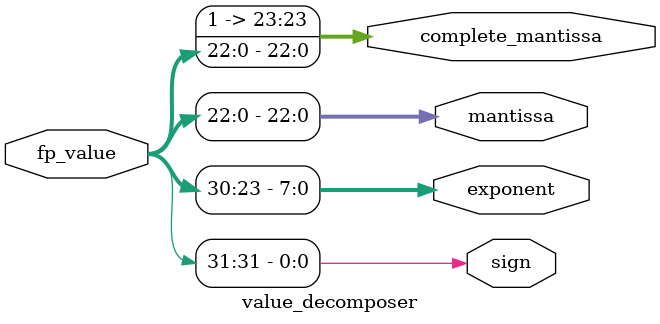
<source format=v>
`timescale 1ns / 1ps
module value_decomposer(
    input [31:0] fp_value,
    output sign,
    output [7:0] exponent,
    output [22:0] mantissa,
    output [23:0] complete_mantissa
    );

assign sign = fp_value[31];
assign exponent = fp_value[30:23];
assign mantissa = fp_value[22:0];
assign complete_mantissa = {1'b1,mantissa};

endmodule

</source>
